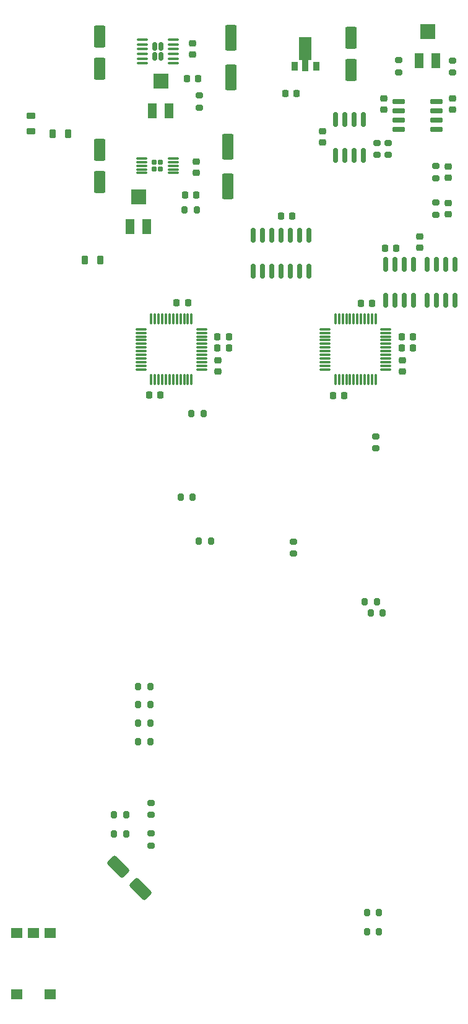
<source format=gbr>
%TF.GenerationSoftware,KiCad,Pcbnew,(6.0.7-1)-1*%
%TF.CreationDate,2022-08-23T13:00:42-05:00*%
%TF.ProjectId,NR1B-analog,4e523142-2d61-46e6-916c-6f672e6b6963,rev?*%
%TF.SameCoordinates,Original*%
%TF.FileFunction,Paste,Top*%
%TF.FilePolarity,Positive*%
%FSLAX46Y46*%
G04 Gerber Fmt 4.6, Leading zero omitted, Abs format (unit mm)*
G04 Created by KiCad (PCBNEW (6.0.7-1)-1) date 2022-08-23 13:00:42*
%MOMM*%
%LPD*%
G01*
G04 APERTURE LIST*
G04 Aperture macros list*
%AMRoundRect*
0 Rectangle with rounded corners*
0 $1 Rounding radius*
0 $2 $3 $4 $5 $6 $7 $8 $9 X,Y pos of 4 corners*
0 Add a 4 corners polygon primitive as box body*
4,1,4,$2,$3,$4,$5,$6,$7,$8,$9,$2,$3,0*
0 Add four circle primitives for the rounded corners*
1,1,$1+$1,$2,$3*
1,1,$1+$1,$4,$5*
1,1,$1+$1,$6,$7*
1,1,$1+$1,$8,$9*
0 Add four rect primitives between the rounded corners*
20,1,$1+$1,$2,$3,$4,$5,0*
20,1,$1+$1,$4,$5,$6,$7,0*
20,1,$1+$1,$6,$7,$8,$9,0*
20,1,$1+$1,$8,$9,$2,$3,0*%
%AMFreePoly0*
4,1,9,3.862500,-0.866500,0.737500,-0.866500,0.737500,-0.450000,-0.737500,-0.450000,-0.737500,0.450000,0.737500,0.450000,0.737500,0.866500,3.862500,0.866500,3.862500,-0.866500,3.862500,-0.866500,$1*%
G04 Aperture macros list end*
%ADD10R,1.295400X2.006600*%
%ADD11R,2.006600X2.006600*%
%ADD12RoundRect,0.200000X0.275000X-0.200000X0.275000X0.200000X-0.275000X0.200000X-0.275000X-0.200000X0*%
%ADD13RoundRect,0.075000X-0.075000X0.662500X-0.075000X-0.662500X0.075000X-0.662500X0.075000X0.662500X0*%
%ADD14RoundRect,0.075000X-0.662500X0.075000X-0.662500X-0.075000X0.662500X-0.075000X0.662500X0.075000X0*%
%ADD15RoundRect,0.170000X-0.170000X-0.210000X0.170000X-0.210000X0.170000X0.210000X-0.170000X0.210000X0*%
%ADD16RoundRect,0.075000X-0.650000X-0.075000X0.650000X-0.075000X0.650000X0.075000X-0.650000X0.075000X0*%
%ADD17RoundRect,0.200000X0.200000X0.275000X-0.200000X0.275000X-0.200000X-0.275000X0.200000X-0.275000X0*%
%ADD18RoundRect,0.200000X-0.275000X0.200000X-0.275000X-0.200000X0.275000X-0.200000X0.275000X0.200000X0*%
%ADD19RoundRect,0.150000X0.150000X-0.825000X0.150000X0.825000X-0.150000X0.825000X-0.150000X-0.825000X0*%
%ADD20RoundRect,0.218750X-0.381250X0.218750X-0.381250X-0.218750X0.381250X-0.218750X0.381250X0.218750X0*%
%ADD21RoundRect,0.225000X-0.250000X0.225000X-0.250000X-0.225000X0.250000X-0.225000X0.250000X0.225000X0*%
%ADD22RoundRect,0.200000X-0.200000X-0.275000X0.200000X-0.275000X0.200000X0.275000X-0.200000X0.275000X0*%
%ADD23RoundRect,0.225000X0.250000X-0.225000X0.250000X0.225000X-0.250000X0.225000X-0.250000X-0.225000X0*%
%ADD24RoundRect,0.250000X-0.550000X1.250000X-0.550000X-1.250000X0.550000X-1.250000X0.550000X1.250000X0*%
%ADD25RoundRect,0.150000X0.725000X0.150000X-0.725000X0.150000X-0.725000X-0.150000X0.725000X-0.150000X0*%
%ADD26RoundRect,0.218750X0.218750X0.381250X-0.218750X0.381250X-0.218750X-0.381250X0.218750X-0.381250X0*%
%ADD27RoundRect,0.150000X-0.150000X0.825000X-0.150000X-0.825000X0.150000X-0.825000X0.150000X0.825000X0*%
%ADD28RoundRect,0.225000X0.225000X0.250000X-0.225000X0.250000X-0.225000X-0.250000X0.225000X-0.250000X0*%
%ADD29RoundRect,0.250000X0.550000X-1.250000X0.550000X1.250000X-0.550000X1.250000X-0.550000X-1.250000X0*%
%ADD30RoundRect,0.218750X-0.218750X-0.381250X0.218750X-0.381250X0.218750X0.381250X-0.218750X0.381250X0*%
%ADD31RoundRect,0.225000X-0.225000X-0.250000X0.225000X-0.250000X0.225000X0.250000X-0.225000X0.250000X0*%
%ADD32RoundRect,0.250000X1.272792X-0.494975X-0.494975X1.272792X-1.272792X0.494975X0.494975X-1.272792X0*%
%ADD33RoundRect,0.250000X-0.550000X1.500000X-0.550000X-1.500000X0.550000X-1.500000X0.550000X1.500000X0*%
%ADD34R,0.900000X1.300000*%
%ADD35FreePoly0,90.000000*%
%ADD36RoundRect,0.167500X-0.167500X-0.407500X0.167500X-0.407500X0.167500X0.407500X-0.167500X0.407500X0*%
%ADD37RoundRect,0.100000X-0.625000X-0.100000X0.625000X-0.100000X0.625000X0.100000X-0.625000X0.100000X0*%
%ADD38R,1.600200X1.397000*%
%ADD39RoundRect,0.250000X0.550000X-1.500000X0.550000X1.500000X-0.550000X1.500000X-0.550000X-1.500000X0*%
G04 APERTURE END LIST*
D10*
%TO.C,U8*%
X71720000Y-31110001D03*
D11*
X70570000Y-27109999D03*
D10*
X69420000Y-31110001D03*
%TD*%
D12*
%TO.C,R2*%
X75870000Y-30675000D03*
X75870000Y-29025000D03*
%TD*%
D10*
%TO.C,U12*%
X68650000Y-46930001D03*
D11*
X67500000Y-42929999D03*
D10*
X66350000Y-46930001D03*
%TD*%
D13*
%TO.C,U14*%
X74770000Y-59587500D03*
X74270000Y-59587500D03*
X73770000Y-59587500D03*
X73270000Y-59587500D03*
X72770000Y-59587500D03*
X72270000Y-59587500D03*
X71770000Y-59587500D03*
X71270000Y-59587500D03*
X70770000Y-59587500D03*
X70270000Y-59587500D03*
X69770000Y-59587500D03*
X69270000Y-59587500D03*
D14*
X67857500Y-61000000D03*
X67857500Y-61500000D03*
X67857500Y-62000000D03*
X67857500Y-62500000D03*
X67857500Y-63000000D03*
X67857500Y-63500000D03*
X67857500Y-64000000D03*
X67857500Y-64500000D03*
X67857500Y-65000000D03*
X67857500Y-65500000D03*
X67857500Y-66000000D03*
X67857500Y-66500000D03*
D13*
X69270000Y-67912500D03*
X69770000Y-67912500D03*
X70270000Y-67912500D03*
X70770000Y-67912500D03*
X71270000Y-67912500D03*
X71770000Y-67912500D03*
X72270000Y-67912500D03*
X72770000Y-67912500D03*
X73270000Y-67912500D03*
X73770000Y-67912500D03*
X74270000Y-67912500D03*
X74770000Y-67912500D03*
D14*
X76182500Y-66500000D03*
X76182500Y-66000000D03*
X76182500Y-65500000D03*
X76182500Y-65000000D03*
X76182500Y-64500000D03*
X76182500Y-64000000D03*
X76182500Y-63500000D03*
X76182500Y-63000000D03*
X76182500Y-62500000D03*
X76182500Y-62000000D03*
X76182500Y-61500000D03*
X76182500Y-61000000D03*
%TD*%
D15*
%TO.C,U10*%
X69690000Y-39110000D03*
X69690000Y-38170000D03*
X70530000Y-39110000D03*
X70530000Y-38170000D03*
D16*
X67960000Y-37640000D03*
X67960000Y-38140000D03*
X67960000Y-38640000D03*
X67960000Y-39140000D03*
X67960000Y-39640000D03*
X72260000Y-39640000D03*
X72260000Y-39140000D03*
X72260000Y-38640000D03*
X72260000Y-38140000D03*
X72260000Y-37640000D03*
%TD*%
D17*
%TO.C,R17*%
X74925000Y-84000000D03*
X73275000Y-84000000D03*
%TD*%
D18*
%TO.C,R7*%
X101630000Y-35510000D03*
X101630000Y-37160000D03*
%TD*%
D19*
%TO.C,U6*%
X101330000Y-57050000D03*
X102600000Y-57050000D03*
X103870000Y-57050000D03*
X105140000Y-57050000D03*
X105140000Y-52100000D03*
X103870000Y-52100000D03*
X102600000Y-52100000D03*
X101330000Y-52100000D03*
%TD*%
D20*
%TO.C,FB2*%
X52820000Y-31847500D03*
X52820000Y-33972500D03*
%TD*%
D21*
%TO.C,C23*%
X103600000Y-65225000D03*
X103600000Y-66775000D03*
%TD*%
D17*
%TO.C,R12*%
X65825000Y-130000000D03*
X64175000Y-130000000D03*
%TD*%
D22*
%TO.C,R21*%
X98775000Y-140800000D03*
X100425000Y-140800000D03*
%TD*%
D12*
%TO.C,R9*%
X108200000Y-45325000D03*
X108200000Y-43675000D03*
%TD*%
D23*
%TO.C,C17*%
X109850000Y-45275000D03*
X109850000Y-43725000D03*
%TD*%
D10*
%TO.C,U9*%
X108220600Y-24320716D03*
D11*
X107070600Y-20320714D03*
D10*
X105920600Y-24320716D03*
%TD*%
D24*
%TO.C,C7*%
X62240000Y-36490000D03*
X62240000Y-40890000D03*
%TD*%
D25*
%TO.C,U2*%
X108285000Y-33695000D03*
X108285000Y-32425000D03*
X108285000Y-31155000D03*
X108285000Y-29885000D03*
X103135000Y-29885000D03*
X103135000Y-31155000D03*
X103135000Y-32425000D03*
X103135000Y-33695000D03*
%TD*%
D17*
%TO.C,R14*%
X100900000Y-99800000D03*
X99250000Y-99800000D03*
%TD*%
D26*
%TO.C,FB1*%
X62276500Y-51562000D03*
X60151500Y-51562000D03*
%TD*%
D27*
%TO.C,U3*%
X98295000Y-32315000D03*
X97025000Y-32315000D03*
X95755000Y-32315000D03*
X94485000Y-32315000D03*
X94485000Y-37265000D03*
X95755000Y-37265000D03*
X97025000Y-37265000D03*
X98295000Y-37265000D03*
%TD*%
D18*
%TO.C,R18*%
X99950000Y-75645000D03*
X99950000Y-77295000D03*
%TD*%
D28*
%TO.C,C38*%
X79875000Y-62000000D03*
X78325000Y-62000000D03*
%TD*%
D29*
%TO.C,C2*%
X62180000Y-25370000D03*
X62180000Y-20970000D03*
%TD*%
D17*
%TO.C,R20*%
X100425000Y-143400000D03*
X98775000Y-143400000D03*
%TD*%
%TO.C,R22*%
X69125000Y-117400000D03*
X67475000Y-117400000D03*
%TD*%
D30*
%TO.C,FB3*%
X55747500Y-34280000D03*
X57872500Y-34280000D03*
%TD*%
D12*
%TO.C,R3*%
X110490000Y-25925000D03*
X110490000Y-24275000D03*
%TD*%
D21*
%TO.C,C15*%
X75438000Y-38087000D03*
X75438000Y-39637000D03*
%TD*%
D28*
%TO.C,C20*%
X95675000Y-70100000D03*
X94125000Y-70100000D03*
%TD*%
D17*
%TO.C,R6*%
X100125000Y-98300000D03*
X98475000Y-98300000D03*
%TD*%
D31*
%TO.C,C36*%
X72725000Y-57400000D03*
X74275000Y-57400000D03*
%TD*%
D17*
%TO.C,R19*%
X76415000Y-72550000D03*
X74765000Y-72550000D03*
%TD*%
D18*
%TO.C,R8*%
X100100000Y-35505000D03*
X100100000Y-37155000D03*
%TD*%
D23*
%TO.C,C8*%
X101100000Y-30975000D03*
X101100000Y-29425000D03*
%TD*%
D19*
%TO.C,U13*%
X106995000Y-57075000D03*
X108265000Y-57075000D03*
X109535000Y-57075000D03*
X110805000Y-57075000D03*
X110805000Y-52125000D03*
X109535000Y-52125000D03*
X108265000Y-52125000D03*
X106995000Y-52125000D03*
%TD*%
D31*
%TO.C,C39*%
X78325000Y-63600000D03*
X79875000Y-63600000D03*
%TD*%
D12*
%TO.C,R4*%
X103080000Y-25875000D03*
X103080000Y-24225000D03*
%TD*%
D18*
%TO.C,R5*%
X88700000Y-90025000D03*
X88700000Y-91675000D03*
%TD*%
D12*
%TO.C,R10*%
X69200000Y-127425000D03*
X69200000Y-125775000D03*
%TD*%
D32*
%TO.C,C21*%
X67826073Y-137602017D03*
X64714803Y-134490747D03*
%TD*%
D33*
%TO.C,C13*%
X79750000Y-36030000D03*
X79750000Y-41430000D03*
%TD*%
D27*
%TO.C,U4*%
X90810000Y-48150000D03*
X89540000Y-48150000D03*
X88270000Y-48150000D03*
X87000000Y-48150000D03*
X85730000Y-48150000D03*
X84460000Y-48150000D03*
X83190000Y-48150000D03*
X83190000Y-53100000D03*
X84460000Y-53100000D03*
X85730000Y-53100000D03*
X87000000Y-53100000D03*
X88270000Y-53100000D03*
X89540000Y-53100000D03*
X90810000Y-53100000D03*
%TD*%
D28*
%TO.C,C4*%
X75655000Y-26720000D03*
X74105000Y-26720000D03*
%TD*%
D22*
%TO.C,R11*%
X64175000Y-127400000D03*
X65825000Y-127400000D03*
%TD*%
D23*
%TO.C,C3*%
X110490000Y-31001000D03*
X110490000Y-29451000D03*
%TD*%
D34*
%TO.C,U11*%
X88840000Y-25030700D03*
D35*
X90340000Y-24943200D03*
D34*
X91840000Y-25030700D03*
%TD*%
D31*
%TO.C,C10*%
X87615000Y-28730000D03*
X89165000Y-28730000D03*
%TD*%
D36*
%TO.C,U7*%
X69750000Y-23730000D03*
X70570000Y-23730000D03*
X69750000Y-22310000D03*
X70570000Y-22310000D03*
D37*
X68010000Y-21395000D03*
X68010000Y-22045000D03*
X68010000Y-22695000D03*
X68010000Y-23345000D03*
X68010000Y-23995000D03*
X68010000Y-24645000D03*
X72310000Y-24645000D03*
X72310000Y-23995000D03*
X72310000Y-23345000D03*
X72310000Y-22695000D03*
X72310000Y-22045000D03*
X72310000Y-21395000D03*
%TD*%
D17*
%TO.C,R25*%
X69125000Y-109900000D03*
X67475000Y-109900000D03*
%TD*%
D28*
%TO.C,C9*%
X88575000Y-45500000D03*
X87025000Y-45500000D03*
%TD*%
D21*
%TO.C,C6*%
X74930000Y-21925000D03*
X74930000Y-23475000D03*
%TD*%
%TO.C,C35*%
X92700000Y-33900000D03*
X92700000Y-35450000D03*
%TD*%
D29*
%TO.C,C12*%
X96570800Y-25517200D03*
X96570800Y-21117200D03*
%TD*%
D23*
%TO.C,C37*%
X109850000Y-40275000D03*
X109850000Y-38725000D03*
%TD*%
D31*
%TO.C,C19*%
X103525000Y-63600000D03*
X105075000Y-63600000D03*
%TD*%
D17*
%TO.C,R24*%
X69125000Y-112300000D03*
X67475000Y-112300000D03*
%TD*%
D31*
%TO.C,C1*%
X97925000Y-57500000D03*
X99475000Y-57500000D03*
%TD*%
%TO.C,C16*%
X101225000Y-49900000D03*
X102775000Y-49900000D03*
%TD*%
D21*
%TO.C,C22*%
X78400000Y-65225000D03*
X78400000Y-66775000D03*
%TD*%
%TO.C,C14*%
X106000000Y-48300000D03*
X106000000Y-49850000D03*
%TD*%
D22*
%TO.C,R1*%
X73815000Y-44670000D03*
X75465000Y-44670000D03*
%TD*%
D12*
%TO.C,R13*%
X69200000Y-131625000D03*
X69200000Y-129975000D03*
%TD*%
D17*
%TO.C,R23*%
X69125000Y-114900000D03*
X67475000Y-114900000D03*
%TD*%
D38*
%TO.C,SW1*%
X50902100Y-151988500D03*
X50902100Y-143581100D03*
X55397900Y-151988500D03*
X55397900Y-143581100D03*
X53150000Y-143581100D03*
%TD*%
D28*
%TO.C,C18*%
X105075000Y-62000000D03*
X103525000Y-62000000D03*
%TD*%
D12*
%TO.C,R16*%
X108200000Y-40325000D03*
X108200000Y-38675000D03*
%TD*%
D31*
%TO.C,C11*%
X73901000Y-42672000D03*
X75451000Y-42672000D03*
%TD*%
D39*
%TO.C,C5*%
X80160000Y-26580000D03*
X80160000Y-21180000D03*
%TD*%
D13*
%TO.C,U1*%
X99950000Y-59587500D03*
X99450000Y-59587500D03*
X98950000Y-59587500D03*
X98450000Y-59587500D03*
X97950000Y-59587500D03*
X97450000Y-59587500D03*
X96950000Y-59587500D03*
X96450000Y-59587500D03*
X95950000Y-59587500D03*
X95450000Y-59587500D03*
X94950000Y-59587500D03*
X94450000Y-59587500D03*
D14*
X93037500Y-61000000D03*
X93037500Y-61500000D03*
X93037500Y-62000000D03*
X93037500Y-62500000D03*
X93037500Y-63000000D03*
X93037500Y-63500000D03*
X93037500Y-64000000D03*
X93037500Y-64500000D03*
X93037500Y-65000000D03*
X93037500Y-65500000D03*
X93037500Y-66000000D03*
X93037500Y-66500000D03*
D13*
X94450000Y-67912500D03*
X94950000Y-67912500D03*
X95450000Y-67912500D03*
X95950000Y-67912500D03*
X96450000Y-67912500D03*
X96950000Y-67912500D03*
X97450000Y-67912500D03*
X97950000Y-67912500D03*
X98450000Y-67912500D03*
X98950000Y-67912500D03*
X99450000Y-67912500D03*
X99950000Y-67912500D03*
D14*
X101362500Y-66500000D03*
X101362500Y-66000000D03*
X101362500Y-65500000D03*
X101362500Y-65000000D03*
X101362500Y-64500000D03*
X101362500Y-64000000D03*
X101362500Y-63500000D03*
X101362500Y-63000000D03*
X101362500Y-62500000D03*
X101362500Y-62000000D03*
X101362500Y-61500000D03*
X101362500Y-61000000D03*
%TD*%
D22*
%TO.C,R15*%
X75775000Y-90000000D03*
X77425000Y-90000000D03*
%TD*%
D28*
%TO.C,C40*%
X70500000Y-70000000D03*
X68950000Y-70000000D03*
%TD*%
M02*

</source>
